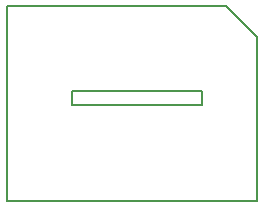
<source format=gko>
G04*
G04 #@! TF.GenerationSoftware,Altium Limited,Altium Designer,23.10.1 (27)*
G04*
G04 Layer_Color=16711935*
%FSLAX25Y25*%
%MOIN*%
G70*
G04*
G04 #@! TF.SameCoordinates,C1A9210B-CA7C-4178-8FF3-1732785E61EF*
G04*
G04*
G04 #@! TF.FilePolarity,Positive*
G04*
G01*
G75*
%ADD10C,0.00787*%
D10*
X-43307Y-34252D02*
X39764D01*
Y20472D01*
X-43307Y30709D02*
X29528D01*
X39764Y20472D01*
X-21654Y2362D02*
X21457D01*
Y-2362D02*
Y2362D01*
X-21654Y-2362D02*
X21457D01*
X-21654D02*
Y2362D01*
X-43307Y-34252D02*
Y30709D01*
M02*

</source>
